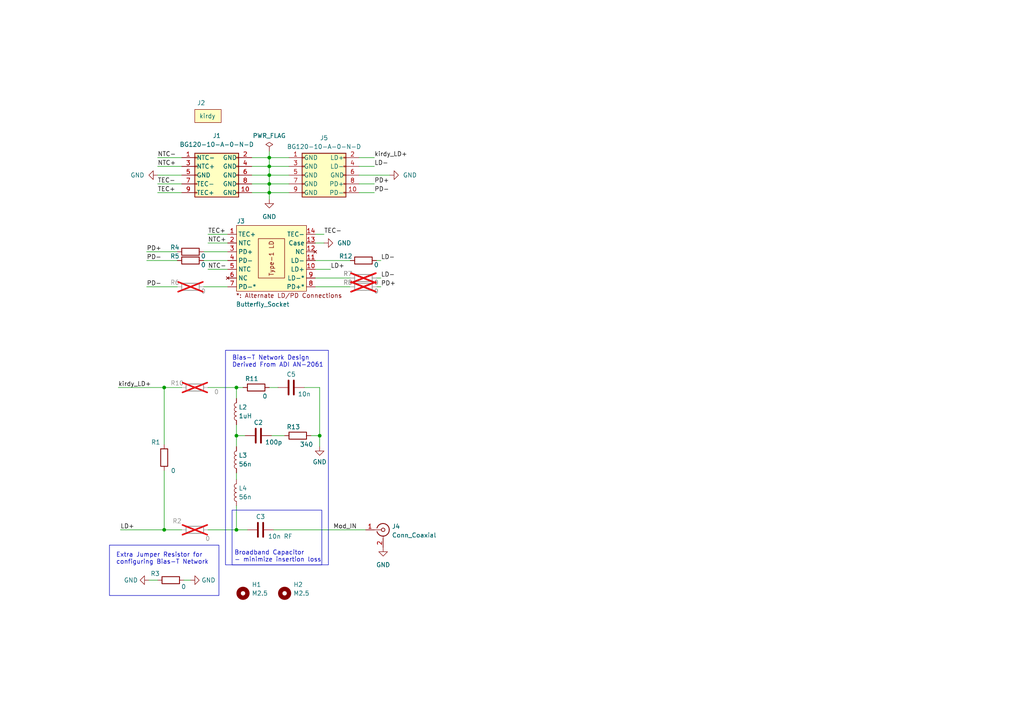
<source format=kicad_sch>
(kicad_sch (version 20230121) (generator eeschema)
  (paper "A4")
  (title_block (title "kirdy_adapter_type_1_LD") (date "2023-11-14") (rev "rev0_1") (company "M-Labs Limited"))
  (lib_symbols
    (symbol "Connector:Conn_Coaxial" (pin_names (offset 1.016) hide)
      (property "Reference" "J" (at 0.254 3.048 0))
      (property "Value" "Conn_Coaxial" (at 2.921 0 90))
      (symbol "Conn_Coaxial_0_1"
        (arc (start -1.778 -0.508) (mid 0.2311 -1.8066) (end 1.778 0) (stroke (width 0.254)))
        (polyline (pts (xy -2.54 0) (xy -0.508 0)))
        (polyline (pts (xy 0 -2.54) (xy 0 -1.778)))
        (circle (center 0 0) (radius 0.508) (stroke (width 0.2032)))
        (arc (start 1.778 0) (mid 0.2099 1.8101) (end -1.778 0.508) (stroke (width 0.254)))
      )
      (symbol "Conn_Coaxial_1_1"
        (pin passive line (at -5.08 0 0) (length 2.54) (name "In") (number "1"))
        (pin passive line (at 0 -5.08 90) (length 2.54) (name "Ext") (number "2"))
      )
    )
    (symbol "Device:C" (pin_numbers hide) (pin_names (offset 0.254))
      (property "Reference" "C" (at 0.635 2.54 0))
      (property "Value" "C" (at 0.635 -2.54 0))
      (symbol "C_0_1"
        (polyline (pts (xy -2.032 -0.762) (xy 2.032 -0.762)) (stroke (width 0.508)))
        (polyline (pts (xy -2.032 0.762) (xy 2.032 0.762)) (stroke (width 0.508)))
      )
      (symbol "C_1_1"
        (pin passive line (at 0 3.81 270) (length 2.794) (name "~") (number "1"))
        (pin passive line (at 0 -3.81 90) (length 2.794) (name "~") (number "2"))
      )
    )
    (symbol "Device:L" (pin_numbers hide) (pin_names (offset 1.016) hide)
      (property "Reference" "L" (at -1.27 0 90))
      (property "Value" "L" (at 1.905 0 90))
      (symbol "L_0_1"
        (arc (start 0 -2.54) (mid 0.6323 -1.905) (end 0 -1.27))
        (arc (start 0 -1.27) (mid 0.6323 -0.635) (end 0 0))
        (arc (start 0 0) (mid 0.6323 0.635) (end 0 1.27))
        (arc (start 0 1.27) (mid 0.6323 1.905) (end 0 2.54))
      )
      (symbol "L_1_1"
        (pin passive line (at 0 3.81 270) (length 1.27) (name "1") (number "1"))
        (pin passive line (at 0 -3.81 90) (length 1.27) (name "2") (number "2"))
      )
    )
    (symbol "Device:R" (pin_numbers hide) (pin_names (offset 0))
      (property "Reference" "R" (at 2.032 0 90))
      (property "Value" "R" (at 0 0 90))
      (symbol "R_0_1"
        (rectangle (start -1.016 -2.54) (end 1.016 2.54) (stroke (width 0.254)))
      )
      (symbol "R_1_1"
        (pin passive line (at 0 3.81 270) (length 1.27) (name "~") (number "1"))
        (pin passive line (at 0 -3.81 90) (length 1.27) (name "~") (number "2"))
      )
    )
    (symbol "Mechanical:MountingHole" (pin_names (offset 1.016))
      (property "Reference" "H" (at 0 5.08 0))
      (property "Value" "MountingHole" (at 0 3.175 0))
      (symbol "MountingHole_0_1"
        (circle (center 0 0) (radius 1.27) (stroke (width 1.27)))
      )
    )
    (symbol "kirdy_adapter:butterfly_socket_type_1"
      (property "Reference" "J" (at 1.27 1.27 0))
      (property "Value" "Butterfly_Socket" (at 7.62 -22.86 0))
      (symbol "butterfly_socket_type_1_1_1"
        (rectangle (start 0 0) (end 20.32 -19.05) (fill (type background)))
        (rectangle (start 6.35 -3.81) (end 13.97 -15.24))
        (text "*: Alternate LD/PD Connections" (at 15.24 -20.32 0) (effects (font (size 1.27 1.27))))
        (text "Type-1 LD" (at 10.16 -9.525 900) (effects (font (size 1.27 1.27))))
        (pin input line (at -2.54 -2.54 0) (length 2.54) (name "TEC+") (number "1"))
        (pin passive line (at 22.86 -12.7 180) (length 2.54) (name "LD+") (number "10"))
        (pin passive line (at 22.86 -10.16 180) (length 2.54) (name "LD-") (number "11"))
        (pin no_connect line (at 22.86 -7.62 180) (length 2.54) (name "NC") (number "12"))
        (pin passive line (at 22.86 -5.08 180) (length 2.54) (name "Case") (number "13"))
        (pin passive line (at 22.86 -2.54 180) (length 2.54) (name "TEC-") (number "14"))
        (pin input line (at -2.54 -5.08 0) (length 2.54) (name "NTC") (number "2"))
        (pin input line (at -2.54 -7.62 0) (length 2.54) (name "PD+") (number "3"))
        (pin input line (at -2.54 -10.16 0) (length 2.54) (name "PD-") (number "4"))
        (pin input line (at -2.54 -12.7 0) (length 2.54) (name "NTC") (number "5"))
        (pin no_connect line (at -2.54 -15.24 0) (length 2.54) (name "NC") (number "6"))
        (pin passive line (at -2.54 -17.78 0) (length 2.54) (name "PD-*") (number "7"))
        (pin passive line (at 22.86 -17.78 180) (length 2.54) (name "PD+*") (number "8"))
        (pin passive line (at 22.86 -15.24 180) (length 2.54) (name "LD-*") (number "9"))
      )
    )
    (symbol "kirdy_adapter:kirdy_3d_model"
      (property "Reference" "J" (at 1.27 1.27 0))
      (property "Value" "kirdy" (at 3.81 -1.905 0))
      (symbol "kirdy_3d_model_1_1"
        (rectangle (start 0 0) (end 7.62 -3.81) (fill (type background)))
      )
    )
    (symbol "kirdy_adapter:kirdy_socket_1"
      (property "Reference" "J" (at 5.08 2.54 0))
      (property "Value" "BG120-10-A-0-N-D" (at 10.16 -12.7 0))
      (symbol "kirdy_socket_1_1_1"
        (rectangle (start 3.81 -10.033) (end 4.445 -10.287) (stroke (width 0.1524)))
        (rectangle (start 3.81 -7.493) (end 4.445 -7.747) (stroke (width 0.1524)))
        (rectangle (start 3.81 -4.953) (end 4.445 -5.207) (stroke (width 0.1524)))
        (rectangle (start 3.81 -2.413) (end 4.445 -2.667) (stroke (width 0.1524)))
        (rectangle (start 3.81 0.127) (end 4.445 -0.127) (stroke (width 0.1524)))
        (rectangle (start 3.81 1.27) (end 16.51 -11.43) (stroke (width 0.254)) (fill (type background)))
        (rectangle (start 15.875 -10.033) (end 16.51 -10.287) (stroke (width 0.1524)))
        (rectangle (start 15.875 -7.493) (end 16.51 -7.747) (stroke (width 0.1524)))
        (rectangle (start 15.875 -4.953) (end 16.51 -5.207) (stroke (width 0.1524)))
        (rectangle (start 15.875 -2.413) (end 16.51 -2.667) (stroke (width 0.1524)))
        (rectangle (start 15.875 0.127) (end 16.51 -0.127) (stroke (width 0.1524)))
        (pin passive line (at 0 0 0) (length 3.81) (name "NTC-") (number "1"))
        (pin passive line (at 20.32 -10.16 180) (length 3.81) (name "GND") (number "10"))
        (pin passive line (at 20.32 0 180) (length 3.81) (name "GND") (number "2"))
        (pin passive line (at 0 -2.54 0) (length 3.81) (name "NTC+") (number "3"))
        (pin passive line (at 20.32 -2.54 180) (length 3.81) (name "GND") (number "4"))
        (pin passive line (at 0 -5.08 0) (length 3.81) (name "GND") (number "5"))
        (pin passive line (at 20.32 -5.08 180) (length 3.81) (name "GND") (number "6"))
        (pin passive line (at 0 -7.62 0) (length 3.81) (name "TEC-") (number "7"))
        (pin passive line (at 20.32 -7.62 180) (length 3.81) (name "GND") (number "8"))
        (pin passive line (at 0 -10.16 0) (length 3.81) (name "TEC+") (number "9"))
      )
    )
    (symbol "kirdy_adapter:kirdy_socket_2"
      (property "Reference" "J" (at 5.08 2.54 0))
      (property "Value" "BG120-10-A-0-N-D" (at 10.16 -12.7 0))
      (symbol "kirdy_socket_2_1_1"
        (rectangle (start 3.81 -10.033) (end 4.445 -10.287) (stroke (width 0.1524)))
        (rectangle (start 3.81 -7.493) (end 4.445 -7.747) (stroke (width 0.1524)))
        (rectangle (start 3.81 -4.953) (end 4.445 -5.207) (stroke (width 0.1524)))
        (rectangle (start 3.81 -2.413) (end 4.445 -2.667) (stroke (width 0.1524)))
        (rectangle (start 3.81 0.127) (end 4.445 -0.127) (stroke (width 0.1524)))
        (rectangle (start 3.81 1.27) (end 16.51 -11.43) (stroke (width 0.254)) (fill (type background)))
        (rectangle (start 15.875 -10.033) (end 16.51 -10.287) (stroke (width 0.1524)))
        (rectangle (start 15.875 -7.493) (end 16.51 -7.747) (stroke (width 0.1524)))
        (rectangle (start 15.875 -4.953) (end 16.51 -5.207) (stroke (width 0.1524)))
        (rectangle (start 15.875 -2.413) (end 16.51 -2.667) (stroke (width 0.1524)))
        (rectangle (start 15.875 0.127) (end 16.51 -0.127) (stroke (width 0.1524)))
        (pin passive line (at 0 0 0) (length 3.81) (name "GND") (number "1"))
        (pin passive line (at 20.32 -10.16 180) (length 3.81) (name "PD-") (number "10"))
        (pin passive line (at 20.32 0 180) (length 3.81) (name "LD+") (number "2"))
        (pin passive line (at 0 -2.54 0) (length 3.81) (name "GND") (number "3"))
        (pin passive line (at 20.32 -2.54 180) (length 3.81) (name "LD-") (number "4"))
        (pin passive line (at 0 -5.08 0) (length 3.81) (name "GND") (number "5"))
        (pin passive line (at 20.32 -5.08 180) (length 3.81) (name "GND") (number "6"))
        (pin passive line (at 0 -7.62 0) (length 3.81) (name "GND") (number "7"))
        (pin passive line (at 20.32 -7.62 180) (length 3.81) (name "PD+") (number "8"))
        (pin passive line (at 0 -10.16 0) (length 3.81) (name "GND") (number "9"))
      )
    )
    (symbol "power:GND" (power) (pin_names (offset 0))
      (property "Value" "GND" (at 0 -3.81 0))
      (symbol "GND_0_1"
        (polyline (pts (xy 0 0) (xy 0 -1.27) (xy 1.27 -1.27) (xy 0 -2.54) (xy -1.27 -1.27) (xy 0 -1.27)))
      )
      (symbol "GND_1_1"
        (pin power_in line (at 0 0 270) (length 0) hide (name "GND") (number "1"))
      )
    )
    (symbol "power:PWR_FLAG" (power) (pin_numbers hide) (pin_names (offset 0) hide)
      (property "Value" "PWR_FLAG" (at 0 3.81 0))
      (symbol "PWR_FLAG_0_0"
        (pin power_out line (at 0 0 90) (length 0) (name "pwr") (number "1"))
      )
      (symbol "PWR_FLAG_0_1"
        (polyline (pts (xy 0 0) (xy 0 1.27) (xy -1.016 1.905) (xy 0 2.54) (xy 1.016 1.905) (xy 0 1.27)))
      )
    )
  )
  (junction (at 78.105 48.26))
  (junction (at 78.105 50.8))
  (junction (at 68.58 153.67))
  (junction (at 47.625 112.395))
  (junction (at 78.105 45.72))
  (junction (at 92.71 126.365))
  (junction (at 68.58 112.395))
  (junction (at 68.58 126.365))
  (junction (at 47.625 153.67))
  (junction (at 78.105 55.88))
  (junction (at 78.105 53.34))
  (wire (pts (xy 78.105 55.88) (xy 83.82 55.88)))
  (wire (pts (xy 78.105 55.88) (xy 73.025 55.88)))
  (wire (pts (xy 78.105 48.26) (xy 78.105 50.8)))
  (wire (pts (xy 93.98 70.485) (xy 91.44 70.485)))
  (wire (pts (xy 78.74 126.365) (xy 82.55 126.365)))
  (wire (pts (xy 92.71 126.365) (xy 92.71 129.54)))
  (wire (pts (xy 47.625 112.395) (xy 52.705 112.395)))
  (wire (pts (xy 45.72 48.26) (xy 52.705 48.26)))
  (wire (pts (xy 68.58 123.19) (xy 68.58 126.365)))
  (wire (pts (xy 78.105 50.8) (xy 78.105 53.34)))
  (wire (pts (xy 47.625 153.67) (xy 52.705 153.67)))
  (wire (pts (xy 47.625 128.905) (xy 47.625 112.395)))
  (wire (pts (xy 108.585 45.72) (xy 104.14 45.72)))
  (wire (pts (xy 60.325 67.945) (xy 66.04 67.945)))
  (wire (pts (xy 59.055 73.025) (xy 66.04 73.025)))
  (wire (pts (xy 78.105 48.26) (xy 83.82 48.26)))
  (wire (pts (xy 78.105 45.72) (xy 83.82 45.72)))
  (wire (pts (xy 90.17 126.365) (xy 92.71 126.365)))
  (wire (pts (xy 113.03 50.8) (xy 104.14 50.8)))
  (wire (pts (xy 60.325 70.485) (xy 66.04 70.485)))
  (wire (pts (xy 78.105 45.72) (xy 78.105 48.26)))
  (wire (pts (xy 78.105 57.785) (xy 78.105 55.88)))
  (wire (pts (xy 43.18 168.275) (xy 45.72 168.275)))
  (wire (pts (xy 68.58 153.67) (xy 71.755 153.67)))
  (wire (pts (xy 79.375 153.67) (xy 106.045 153.67)))
  (wire (pts (xy 68.58 137.16) (xy 68.58 139.065)))
  (wire (pts (xy 47.625 136.525) (xy 47.625 153.67)))
  (wire (pts (xy 108.585 53.34) (xy 104.14 53.34)))
  (wire (pts (xy 34.29 112.395) (xy 47.625 112.395)))
  (wire (pts (xy 78.105 43.815) (xy 78.105 45.72)))
  (wire (pts (xy 73.025 50.8) (xy 78.105 50.8)))
  (wire (pts (xy 108.585 55.88) (xy 104.14 55.88)))
  (wire (pts (xy 95.885 78.105) (xy 91.44 78.105)))
  (wire (pts (xy 45.72 53.34) (xy 52.705 53.34)))
  (wire (pts (xy 68.58 146.685) (xy 68.58 153.67)))
  (wire (pts (xy 110.49 75.565) (xy 109.22 75.565)))
  (wire (pts (xy 68.58 112.395) (xy 68.58 115.57)))
  (wire (pts (xy 59.055 83.185) (xy 66.04 83.185)))
  (wire (pts (xy 34.925 153.67) (xy 47.625 153.67)))
  (wire (pts (xy 71.12 126.365) (xy 68.58 126.365)))
  (wire (pts (xy 55.245 168.275) (xy 53.34 168.275)))
  (wire (pts (xy 68.58 112.395) (xy 70.485 112.395)))
  (wire (pts (xy 45.72 50.8) (xy 52.705 50.8)))
  (wire (pts (xy 108.585 48.26) (xy 104.14 48.26)))
  (wire (pts (xy 42.545 75.565) (xy 51.435 75.565)))
  (wire (pts (xy 68.58 126.365) (xy 68.58 129.54)))
  (wire (pts (xy 73.025 45.72) (xy 78.105 45.72)))
  (wire (pts (xy 59.055 75.565) (xy 66.04 75.565)))
  (wire (pts (xy 78.105 112.395) (xy 80.645 112.395)))
  (wire (pts (xy 93.98 67.945) (xy 91.44 67.945)))
  (wire (pts (xy 110.49 83.185) (xy 109.22 83.185)))
  (wire (pts (xy 42.545 83.185) (xy 51.435 83.185)))
  (wire (pts (xy 60.325 78.105) (xy 66.04 78.105)))
  (wire (pts (xy 52.705 45.72) (xy 45.72 45.72)))
  (wire (pts (xy 73.025 53.34) (xy 78.105 53.34)))
  (wire (pts (xy 42.545 73.025) (xy 51.435 73.025)))
  (wire (pts (xy 60.325 153.67) (xy 68.58 153.67)))
  (wire (pts (xy 101.6 80.645) (xy 91.44 80.645)))
  (wire (pts (xy 45.72 55.88) (xy 52.705 55.88)))
  (wire (pts (xy 101.6 83.185) (xy 91.44 83.185)))
  (wire (pts (xy 78.105 53.34) (xy 83.82 53.34)))
  (wire (pts (xy 92.71 112.395) (xy 92.71 126.365)))
  (wire (pts (xy 60.325 112.395) (xy 68.58 112.395)))
  (wire (pts (xy 88.265 112.395) (xy 92.71 112.395)))
  (wire (pts (xy 78.105 50.8) (xy 83.82 50.8)))
  (wire (pts (xy 110.49 80.645) (xy 109.22 80.645)))
  (wire (pts (xy 91.44 75.565) (xy 101.6 75.565)))
  (wire (pts (xy 73.025 48.26) (xy 78.105 48.26)))
  (wire (pts (xy 78.105 53.34) (xy 78.105 55.88)))
  (rectangle (start 67.31 147.955) (end 93.345 163.83))
  (rectangle (start 31.75 158.115) (end 63.5 172.72))
  (rectangle (start 65.405 101.6) (end 95.25 163.83))
  (text "Broadband Capacitor\n- minimize insertion loss" (at 67.945 163.195 0) (effects (font (size 1.27 1.27)) (justify left bottom)))
  (text "Extra Jumper Resistor for\nconfiguring Bias-T Network" (at 33.655 163.83 0) (effects (font (size 1.27 1.27)) (justify left bottom)))
  (text "Bias-T Network Design\nDerived From ADI AN-2061" (at 67.31 106.68 0) (effects (font (size 1.27 1.27)) (justify left bottom)))
  (label "Mod_IN" (at 103.505 153.67 180))
  (label "LD+" (at 34.925 153.67 0))
  (label "NTC-" (at 60.325 78.105 0))
  (label "TEC+" (at 45.72 55.88 0))
  (label "PD+" (at 108.585 53.34 0))
  (label "TEC-" (at 45.72 53.34 0))
  (label "PD-" (at 42.545 75.565 0))
  (label "PD-" (at 42.545 83.185 0))
  (label "TEC+" (at 60.325 67.945 0))
  (label "NTC+" (at 45.72 48.26 0))
  (label "LD+" (at 95.885 78.105 0))
  (label "PD+" (at 42.545 73.025 0))
  (label "PD-" (at 108.585 55.88 0))
  (label "kirdy_LD+" (at 108.585 45.72 0))
  (label "NTC-" (at 45.72 45.72 0))
  (label "NTC+" (at 60.325 70.485 0))
  (label "LD-" (at 108.585 48.26 0))
  (label "TEC-" (at 93.98 67.945 0))
  (label "kirdy_LD+" (at 34.29 112.395 0))
  (label "LD-" (at 110.49 80.645 0))
  (label "LD-" (at 110.49 75.565 0))
  (label "PD+" (at 110.49 83.185 0))
  (symbol (lib_id "Device:R") (at 49.53 168.275 90) (unit 1)
    (property "Reference" "R3" (at 46.355 166.37 90) (effects (justify left)))
    (property "Value" "0" (at 53.975 170.18 90) (effects (justify left)))
    (property "Footprint" "Resistor_SMD:R_0805_2012Metric" (effects hide))
    (property "MFR_PN" "RCA08050000ZSEA" (effects hide))
  )
  (symbol (lib_id "Device:R") (at 55.245 83.185 90) (unit 1) (dnp yes)
    (property "Reference" "R6" (at 52.07 81.915 90) (effects (justify left)))
    (property "Value" "0" (at 59.69 84.455 90) (effects (justify left)))
    (property "Footprint" "Resistor_SMD:R_0805_2012Metric" (effects hide))
    (property "MFR_PN" "RCA08050000ZSEA" (effects hide))
  )
  (symbol (lib_id "Device:L") (at 68.58 142.875 180) (unit 1)
    (property "Reference" "L4" (at 69.215 141.605 0) (effects (justify right)))
    (property "Value" "56n" (at 69.215 144.145 0) (effects (justify right)))
    (property "Footprint" "Inductor_SMD:L_0402_1005Metric" (effects hide))
    (property "MFR_PN" "0402DF-560XJRW" (effects hide))
  )
  (symbol (lib_id "power:GND") (at 93.98 70.485 90) (mirror x) (unit 1)
    (property "Reference" "#PWR04" (effects hide))
    (property "Value" "GND" (at 97.79 70.485 90) (effects (justify right)))
  )
  (symbol (lib_id "Device:L") (at 68.58 133.35 180) (unit 1)
    (property "Reference" "L3" (at 69.215 132.08 0) (effects (justify right)))
    (property "Value" "56n" (at 69.215 134.62 0) (effects (justify right)))
    (property "Footprint" "Inductor_SMD:L_0402_1005Metric" (effects hide))
    (property "MFR_PN" "0402DF-560XJRW" (effects hide))
  )
  (symbol (lib_id "Mechanical:MountingHole") (at 82.55 172.085 0) (unit 1)
    (property "Reference" "H2" (at 85.09 169.545 0) (effects (justify left)))
    (property "Value" "M2.5" (at 85.09 172.085 0) (effects (justify left)))
    (property "Footprint" "MountingHole:MountingHole_2.7mm_M2.5" (effects hide))
  )
  (symbol (lib_id "Device:C") (at 84.455 112.395 90) (unit 1)
    (property "Reference" "C5" (at 84.455 108.585 90))
    (property "Value" "10n" (at 88.265 114.3 90))
    (property "Footprint" "Capacitor_SMD:C_0402_1005Metric" (effects hide))
    (property "MFR_PN" "C1005X7S2A103K050BB" (effects hide))
  )
  (symbol (lib_id "kirdy_adapter:kirdy_3d_model") (at 56.515 31.75 0) (unit 1)
    (property "Reference" "J2" (at 57.15 29.845 0) (effects (justify left)))
    (property "Value" "kirdy" (at 57.785 33.655 0) (effects (justify left)))
    (property "Footprint" "laserSocket:kirdy_socket" (effects hide))
    (property "MFR_PN" "kirdy" (effects hide))
  )
  (symbol (lib_id "Device:R") (at 56.515 112.395 90) (unit 1) (dnp yes)
    (property "Reference" "R10" (at 53.34 111.125 90) (effects (justify left)))
    (property "Value" "0" (at 63.5 113.665 90) (effects (justify left)))
    (property "Footprint" "Resistor_SMD:R_0805_2012Metric" (effects hide))
    (property "MFR_PN" "RCA08050000ZSEA" (effects hide))
  )
  (symbol (lib_id "Device:R") (at 47.625 132.715 0) (unit 1)
    (property "Reference" "R1" (at 43.815 128.27 0) (effects (justify left)))
    (property "Value" "0" (at 49.53 136.525 0) (effects (justify left)))
    (property "Footprint" "Resistor_SMD:R_0805_2012Metric" (effects hide))
    (property "MFR_PN" "RCA08050000ZSEA" (effects hide))
  )
  (symbol (lib_id "power:GND") (at 92.71 129.54 0) (unit 1)
    (property "Reference" "#PWR06" (effects hide))
    (property "Value" "GND" (at 92.71 133.985 0))
  )
  (symbol (lib_id "kirdy_adapter:butterfly_socket_type_1") (at 68.58 65.405 0) (unit 1)
    (property "Reference" "J3" (at 69.85 64.135 0))
    (property "Value" "Butterfly_Socket" (at 76.2 88.265 0))
    (property "Footprint" "laserSocket:Butterfly_Socket" (effects hide))
    (property "Datasheet" "https://m.tb.cn/h.5QDXYK1?tk=wr4mW3e8DlQ" (effects hide))
    (property "MFR_PN" "https://m.tb.cn/h.5QDXYK1?tk=wr4mW3e8DlQ" (effects hide))
    (property "MFR_PN_ALT" "Open on Mobile Version of Taobao. Communuicate with the vendor for customized part." (effects hide))
  )
  (symbol (lib_id "kirdy_adapter:kirdy_socket_1") (at 52.705 45.72 0) (unit 1)
    (property "Reference" "J1" (at 62.865 39.37 0))
    (property "Value" "BG120-10-A-0-N-D" (at 62.865 41.91 0))
    (property "Footprint" "laserSocket:BG120-10-A-0-N-D" (effects hide))
    (property "MFR_PN" "BG120-10-A-0-N-D" (effects hide))
  )
  (symbol (lib_id "power:GND") (at 43.18 168.275 270) (unit 1)
    (property "Reference" "#PWR08" (effects hide))
    (property "Value" "GND" (at 40.005 168.275 90) (effects (justify right)))
  )
  (symbol (lib_id "Device:R") (at 86.36 126.365 90) (unit 1)
    (property "Reference" "R13" (at 85.09 123.825 90))
    (property "Value" "340" (at 88.9 128.905 90))
    (property "Footprint" "Resistor_SMD:R_0402_1005Metric" (effects hide))
    (property "MFR_PN" "ERA-2AEB3400X " (effects hide))
  )
  (symbol (lib_id "power:GND") (at 55.245 168.275 90) (unit 1)
    (property "Reference" "#PWR07" (effects hide))
    (property "Value" "GND" (at 58.42 168.275 90) (effects (justify right)))
  )
  (symbol (lib_id "power:GND") (at 113.03 50.8 90) (unit 1)
    (property "Reference" "#PWR05" (effects hide))
    (property "Value" "GND" (at 116.84 50.8 90) (effects (justify right)))
  )
  (symbol (lib_id "Device:C") (at 74.93 126.365 90) (unit 1)
    (property "Reference" "C2" (at 74.93 122.555 90))
    (property "Value" "100p" (at 79.375 128.27 90))
    (property "Footprint" "Capacitor_SMD:C_0402_1005Metric" (effects hide))
    (property "MFR_PN" "CC0402JRNPO9BN101" (effects hide))
  )
  (symbol (lib_id "kirdy_adapter:kirdy_socket_2") (at 83.82 45.72 0) (unit 1)
    (property "Reference" "J5" (at 93.98 40.005 0))
    (property "Value" "BG120-10-A-0-N-D" (at 93.98 42.545 0))
    (property "Footprint" "laserSocket:BG120-10-A-0-N-D" (effects hide))
    (property "MFR_PN" "BG120-10-A-0-N-D" (effects hide))
  )
  (symbol (lib_id "power:GND") (at 78.105 57.785 0) (unit 1)
    (property "Reference" "#PWR03" (effects hide))
    (property "Value" "GND" (at 78.105 62.865 0))
  )
  (symbol (lib_id "power:GND") (at 111.125 158.75 0) (unit 1)
    (property "Reference" "#PWR02" (effects hide))
    (property "Value" "GND" (at 111.125 163.83 0))
  )
  (symbol (lib_id "Mechanical:MountingHole") (at 70.485 172.085 0) (unit 1)
    (property "Reference" "H1" (at 73.025 169.545 0) (effects (justify left)))
    (property "Value" "M2.5" (at 73.025 172.085 0) (effects (justify left)))
    (property "Footprint" "MountingHole:MountingHole_2.7mm_M2.5" (effects hide))
  )
  (symbol (lib_id "power:GND") (at 45.72 50.8 270) (unit 1)
    (property "Reference" "#PWR01" (effects hide))
    (property "Value" "GND" (at 41.91 50.8 90) (effects (justify right)))
  )
  (symbol (lib_id "Device:C") (at 75.565 153.67 90) (unit 1)
    (property "Reference" "C3" (at 75.565 149.86 90))
    (property "Value" "10n RF" (at 81.28 155.575 90))
    (property "Footprint" "Capacitor_SMD:C_0402_1005Metric" (effects hide))
    (property "MFR_PN" "520L103KT16T" (effects hide))
  )
  (symbol (lib_id "Device:R") (at 105.41 80.645 90) (unit 1) (dnp yes)
    (property "Reference" "R7" (at 102.235 79.375 90) (effects (justify left)))
    (property "Value" "0" (at 109.855 81.915 90) (effects (justify left)))
    (property "Footprint" "Resistor_SMD:R_0805_2012Metric" (effects hide))
    (property "MFR_PN" "RCA08050000ZSEA" (effects hide))
  )
  (symbol (lib_id "Device:R") (at 105.41 83.185 90) (unit 1) (dnp yes)
    (property "Reference" "R8" (at 102.235 81.915 90) (effects (justify left)))
    (property "Value" "0" (at 109.855 84.455 90) (effects (justify left)))
    (property "Footprint" "Resistor_SMD:R_0805_2012Metric" (effects hide))
    (property "MFR_PN" "RCA08050000ZSEA" (effects hide))
  )
  (symbol (lib_id "Device:R") (at 55.245 73.025 90) (unit 1)
    (property "Reference" "R4" (at 52.07 71.755 90) (effects (justify left)))
    (property "Value" "0" (at 59.69 74.295 90) (effects (justify left)))
    (property "Footprint" "Resistor_SMD:R_0805_2012Metric" (effects hide))
    (property "MFR_PN" "RCA08050000ZSEA" (effects hide))
  )
  (symbol (lib_id "Device:L") (at 68.58 119.38 180) (unit 1)
    (property "Reference" "L2" (at 69.215 118.11 0) (effects (justify right)))
    (property "Value" "1uH" (at 69.215 120.65 0) (effects (justify right)))
    (property "Footprint" "Inductor_SMD:L_0805_2012Metric" (effects hide))
    (property "MFR_PN" "0805LS-102XJRC" (effects hide))
  )
  (symbol (lib_id "Device:R") (at 56.515 153.67 90) (unit 1) (dnp yes)
    (property "Reference" "R2" (at 52.705 151.13 90) (effects (justify left)))
    (property "Value" "0" (at 60.96 156.21 90) (effects (justify left)))
    (property "Footprint" "Resistor_SMD:R_0805_2012Metric" (effects hide))
    (property "MFR_PN" "RCA08050000ZSEA" (effects hide))
  )
  (symbol (lib_id "Device:R") (at 55.245 75.565 90) (unit 1)
    (property "Reference" "R5" (at 52.07 74.295 90) (effects (justify left)))
    (property "Value" "0" (at 59.69 76.835 90) (effects (justify left)))
    (property "Footprint" "Resistor_SMD:R_0805_2012Metric" (effects hide))
    (property "MFR_PN" "RCA08050000ZSEA" (effects hide))
  )
  (symbol (lib_id "power:PWR_FLAG") (at 78.105 43.815 0) (unit 1)
    (property "Reference" "#FLG01" (effects hide))
    (property "Value" "PWR_FLAG" (at 78.105 39.37 0))
  )
  (symbol (lib_id "Device:R") (at 74.295 112.395 90) (unit 1)
    (property "Reference" "R11" (at 73.025 109.855 90))
    (property "Value" "0" (at 76.835 114.935 90))
    (property "Footprint" "Resistor_SMD:R_0402_1005Metric" (effects hide))
    (property "MFR_PN" "ERJ-2GE0R00X " (effects hide))
  )
  (symbol (lib_id "Connector:Conn_Coaxial") (at 111.125 153.67 0) (unit 1)
    (property "Reference" "J4" (at 113.665 152.6931 0) (effects (justify left)))
    (property "Value" "Conn_Coaxial" (at 113.665 155.2331 0) (effects (justify left)))
    (property "Footprint" "Connector_Coaxial:SMA_Amphenol_132289_EdgeMount" (effects hide))
    (property "Datasheet" " ~" (effects hide))
    (property "MFR_PN" "132289" (effects hide))
  )
  (symbol (lib_id "Device:R") (at 105.41 75.565 90) (unit 1)
    (property "Reference" "R12" (at 102.235 74.295 90) (effects (justify left)))
    (property "Value" "0" (at 109.855 76.835 90) (effects (justify left)))
    (property "Footprint" "Resistor_SMD:R_0805_2012Metric" (effects hide))
    (property "MFR_PN" "RCA08050000ZSEA" (effects hide))
  )
)
</source>
